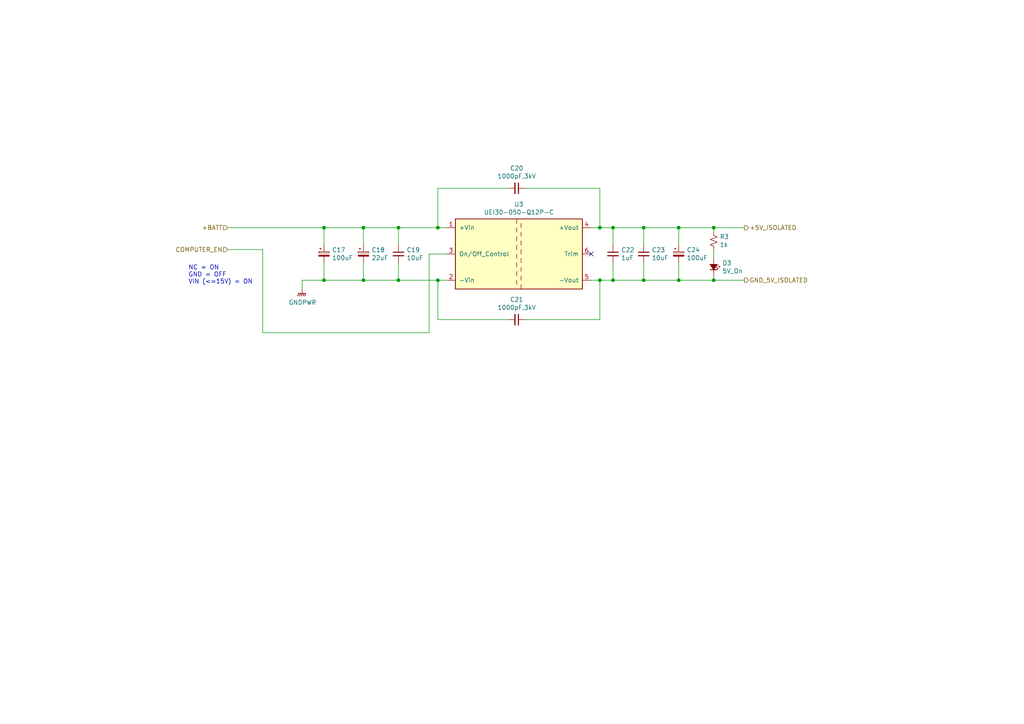
<source format=kicad_sch>
(kicad_sch (version 20211123) (generator eeschema)
  (paper "A4")
  (title_block (title "Power Management for Zeabus AUV") (date "20-April-2020") (rev "1.0.0") (company "Zeabus") (comment 1 "by Natchanan Thongtem and Akrapong Patchararungruang"))
  (lib_symbols
    (symbol "Device:C_Polarized_Small" (pin_numbers hide) (pin_names (offset 0.254) hide)
      (property "Reference" "C" (at 0.254 1.778 0))
      (property "Value" "C_Polarized_Small" (at 0.254 -2.032 0))
      (symbol "C_Polarized_Small_0_1"
        (rectangle (start -1.524 -0.3048) (end 1.524 -0.6858) (fill (type outline)))
        (rectangle (start -1.524 0.6858) (end 1.524 0.3048))
        (polyline (pts (xy -1.27 1.524) (xy -0.762 1.524)))
        (polyline (pts (xy -1.016 1.27) (xy -1.016 1.778)))
      )
      (symbol "C_Polarized_Small_1_1"
        (pin passive line (at 0 2.54 270) (length 1.8542) (name "~") (number "1"))
        (pin passive line (at 0 -2.54 90) (length 1.8542) (name "~") (number "2"))
      )
    )
    (symbol "Device:C_Small" (pin_numbers hide) (pin_names (offset 0.254) hide)
      (property "Reference" "C" (at 0.254 1.778 0))
      (property "Value" "C_Small" (at 0.254 -2.032 0))
      (symbol "C_Small_0_1"
        (polyline (pts (xy -1.524 -0.508) (xy 1.524 -0.508)) (stroke (width 0.3302)))
        (polyline (pts (xy -1.524 0.508) (xy 1.524 0.508)) (stroke (width 0.3048)))
      )
      (symbol "C_Small_1_1"
        (pin passive line (at 0 2.54 270) (length 2.032) (name "~") (number "1"))
        (pin passive line (at 0 -2.54 90) (length 2.032) (name "~") (number "2"))
      )
    )
    (symbol "Device:LED_Small_Filled" (pin_numbers hide) (pin_names (offset 0.254) hide)
      (property "Reference" "D" (at -1.27 3.175 0))
      (property "Value" "LED_Small_Filled" (at -4.445 -2.54 0))
      (symbol "LED_Small_Filled_0_1"
        (polyline (pts (xy -0.762 -1.016) (xy -0.762 1.016)) (stroke (width 0.254)))
        (polyline (pts (xy 1.016 0) (xy -0.762 0)))
        (polyline (pts (xy 0.762 -1.016) (xy -0.762 0) (xy 0.762 1.016) (xy 0.762 -1.016)) (stroke (width 0.254)) (fill (type outline)))
        (polyline (pts (xy 0 0.762) (xy -0.508 1.27) (xy -0.254 1.27) (xy -0.508 1.27) (xy -0.508 1.016)))
        (polyline (pts (xy 0.508 1.27) (xy 0 1.778) (xy 0.254 1.778) (xy 0 1.778) (xy 0 1.524)))
      )
      (symbol "LED_Small_Filled_1_1"
        (pin passive line (at -2.54 0 0) (length 1.778) (name "K") (number "1"))
        (pin passive line (at 2.54 0 180) (length 1.778) (name "A") (number "2"))
      )
    )
    (symbol "Device:R_Small_US" (pin_numbers hide) (pin_names (offset 0.254) hide)
      (property "Reference" "R" (at 0.762 0.508 0))
      (property "Value" "R_Small_US" (at 0.762 -1.016 0))
      (symbol "R_Small_US_1_1"
        (polyline (pts (xy 0 0) (xy 1.016 -0.381) (xy 0 -0.762) (xy -1.016 -1.143) (xy 0 -1.524)))
        (polyline (pts (xy 0 1.524) (xy 1.016 1.143) (xy 0 0.762) (xy -1.016 0.381) (xy 0 0)))
        (pin passive line (at 0 2.54 270) (length 1.016) (name "~") (number "1"))
        (pin passive line (at 0 -2.54 90) (length 1.016) (name "~") (number "2"))
      )
    )
    (symbol "power:GNDPWR" (power) (pin_names (offset 0))
      (property "Value" "GNDPWR" (at 0 -3.302 0))
      (symbol "GNDPWR_0_1"
        (polyline (pts (xy 0 -1.27) (xy 0 0)))
        (polyline (pts (xy -1.016 -1.27) (xy -1.27 -2.032) (xy -1.27 -2.032)) (stroke (width 0.2032)))
        (polyline (pts (xy -0.508 -1.27) (xy -0.762 -2.032) (xy -0.762 -2.032)) (stroke (width 0.2032)))
        (polyline (pts (xy 0 -1.27) (xy -0.254 -2.032) (xy -0.254 -2.032)) (stroke (width 0.2032)))
        (polyline (pts (xy 0.508 -1.27) (xy 0.254 -2.032) (xy 0.254 -2.032)) (stroke (width 0.2032)))
        (polyline (pts (xy 1.016 -1.27) (xy -1.016 -1.27) (xy -1.016 -1.27)) (stroke (width 0.2032)))
        (polyline (pts (xy 1.016 -1.27) (xy 0.762 -2.032) (xy 0.762 -2.032) (xy 0.762 -2.032)) (stroke (width 0.2032)))
      )
      (symbol "GNDPWR_1_1"
        (pin power_in line (at 0 0 270) (length 0) hide (name "GNDPWR") (number "1"))
      )
    )
    (symbol "zeabus:UEI30-050-Q12P-C" (pin_names (offset 1.016))
      (property "Reference" "U" (at -16.51 11.43 0))
      (property "Value" "UEI30-050-Q12P-C" (at 8.89 11.43 0))
      (symbol "UEI30-050-Q12P-C_0_1"
        (rectangle (start -17.78 10.16) (end 19.05 -10.16) (stroke (width 0.254)) (fill (type background)))
        (rectangle (start 0 -5.08) (end 0 -6.35))
        (rectangle (start 0 -2.54) (end 0 -3.81))
        (rectangle (start 0 0) (end 0 -1.27))
        (polyline (pts (xy 0 -7.62) (xy 0 -8.89)))
        (polyline (pts (xy 1.27 -8.89) (xy 1.27 -10.16)))
        (rectangle (start 0 2.54) (end 0 1.27))
        (rectangle (start 0 3.81) (end 0 5.08))
        (rectangle (start 0 7.62) (end 0 6.35))
        (rectangle (start 0 10.16) (end 0 8.89))
        (rectangle (start 1.27 -6.35) (end 1.27 -7.62))
        (rectangle (start 1.27 -3.81) (end 1.27 -5.08))
        (rectangle (start 1.27 -1.27) (end 1.27 -2.54))
        (rectangle (start 1.27 1.27) (end 1.27 0))
        (rectangle (start 1.27 3.81) (end 1.27 2.54))
        (rectangle (start 1.27 6.35) (end 1.27 5.08))
        (rectangle (start 1.27 8.89) (end 1.27 7.62))
      )
      (symbol "UEI30-050-Q12P-C_1_1"
        (pin power_in line (at -20.32 7.62 0) (length 2.54) (name "+Vin") (number "1"))
        (pin power_in line (at -20.32 -7.62 0) (length 2.54) (name "-Vin") (number "2"))
        (pin input line (at -20.32 0 0) (length 2.54) (name "On/Off_Control") (number "3"))
        (pin power_out line (at 21.59 7.62 180) (length 2.54) (name "+Vout") (number "4"))
        (pin power_out line (at 21.59 -7.62 180) (length 2.54) (name "-Vout") (number "5"))
        (pin passive line (at 21.59 0 180) (length 2.54) (name "Trim") (number "6"))
      )
    )
  )
  (junction (at 186.69 66.04))
  (junction (at 207.01 81.28))
  (junction (at 127 66.04))
  (junction (at 177.8 81.28))
  (junction (at 115.57 66.04))
  (junction (at 105.41 66.04))
  (junction (at 93.98 81.28))
  (junction (at 177.8 66.04))
  (junction (at 207.01 66.04))
  (junction (at 196.85 81.28))
  (junction (at 127 81.28))
  (junction (at 186.69 81.28))
  (junction (at 115.57 81.28))
  (junction (at 93.98 66.04))
  (junction (at 173.99 81.28))
  (junction (at 173.99 66.04))
  (junction (at 196.85 66.04))
  (junction (at 105.41 81.28))
  (no_connect (at 171.45 73.66))
  (wire (pts (xy 171.45 66.04) (xy 173.99 66.04)))
  (wire (pts (xy 76.2 96.52) (xy 124.46 96.52)))
  (wire (pts (xy 207.01 66.04) (xy 215.9 66.04)))
  (wire (pts (xy 127 92.71) (xy 147.32 92.71)))
  (wire (pts (xy 105.41 66.04) (xy 115.57 66.04)))
  (wire (pts (xy 186.69 66.04) (xy 196.85 66.04)))
  (wire (pts (xy 177.8 66.04) (xy 186.69 66.04)))
  (wire (pts (xy 196.85 76.2) (xy 196.85 81.28)))
  (wire (pts (xy 207.01 67.31) (xy 207.01 66.04)))
  (wire (pts (xy 177.8 66.04) (xy 177.8 71.12)))
  (wire (pts (xy 127 66.04) (xy 129.54 66.04)))
  (wire (pts (xy 171.45 81.28) (xy 173.99 81.28)))
  (wire (pts (xy 186.69 81.28) (xy 177.8 81.28)))
  (wire (pts (xy 105.41 81.28) (xy 115.57 81.28)))
  (wire (pts (xy 93.98 66.04) (xy 93.98 71.12)))
  (wire (pts (xy 76.2 72.39) (xy 76.2 96.52)))
  (wire (pts (xy 93.98 81.28) (xy 105.41 81.28)))
  (wire (pts (xy 173.99 81.28) (xy 177.8 81.28)))
  (wire (pts (xy 173.99 92.71) (xy 173.99 81.28)))
  (wire (pts (xy 115.57 76.2) (xy 115.57 81.28)))
  (wire (pts (xy 177.8 76.2) (xy 177.8 81.28)))
  (wire (pts (xy 115.57 81.28) (xy 127 81.28)))
  (wire (pts (xy 152.4 54.61) (xy 173.99 54.61)))
  (wire (pts (xy 66.04 66.04) (xy 93.98 66.04)))
  (wire (pts (xy 207.01 72.39) (xy 207.01 74.93)))
  (wire (pts (xy 115.57 71.12) (xy 115.57 66.04)))
  (wire (pts (xy 173.99 54.61) (xy 173.99 66.04)))
  (wire (pts (xy 173.99 66.04) (xy 177.8 66.04)))
  (wire (pts (xy 115.57 66.04) (xy 127 66.04)))
  (wire (pts (xy 196.85 66.04) (xy 207.01 66.04)))
  (wire (pts (xy 127 92.71) (xy 127 81.28)))
  (wire (pts (xy 207.01 81.28) (xy 215.9 81.28)))
  (wire (pts (xy 127 54.61) (xy 147.32 54.61)))
  (wire (pts (xy 66.04 72.39) (xy 76.2 72.39)))
  (wire (pts (xy 196.85 66.04) (xy 196.85 71.12)))
  (wire (pts (xy 124.46 96.52) (xy 124.46 73.66)))
  (wire (pts (xy 87.63 81.28) (xy 93.98 81.28)))
  (wire (pts (xy 87.63 81.28) (xy 87.63 83.82)))
  (wire (pts (xy 93.98 76.2) (xy 93.98 81.28)))
  (wire (pts (xy 127 66.04) (xy 127 54.61)))
  (wire (pts (xy 196.85 81.28) (xy 186.69 81.28)))
  (wire (pts (xy 207.01 80.01) (xy 207.01 81.28)))
  (wire (pts (xy 127 81.28) (xy 129.54 81.28)))
  (wire (pts (xy 186.69 76.2) (xy 186.69 81.28)))
  (wire (pts (xy 124.46 73.66) (xy 129.54 73.66)))
  (wire (pts (xy 152.4 92.71) (xy 173.99 92.71)))
  (wire (pts (xy 105.41 71.12) (xy 105.41 66.04)))
  (wire (pts (xy 105.41 66.04) (xy 93.98 66.04)))
  (wire (pts (xy 196.85 81.28) (xy 207.01 81.28)))
  (wire (pts (xy 186.69 66.04) (xy 186.69 71.12)))
  (wire (pts (xy 105.41 76.2) (xy 105.41 81.28)))
  (text "NC = ON\nGND = OFF\nVIN (<=15V) = ON" (at 54.61 82.55 0) (effects (font (size 1.27 1.27)) (justify left bottom)))
  (hierarchical_label "+5V_ISOLATED" (shape output) (at 215.9 66.04 0))
  (hierarchical_label "COMPUTER_EN" (shape input) (at 66.04 72.39 180))
  (hierarchical_label "GND_5V_ISOLATED" (shape output) (at 215.9 81.28 0))
  (hierarchical_label "+BATT" (shape input) (at 66.04 66.04 180))
  (symbol (lib_id "zeabus:UEI30-050-Q12P-C") (at 149.86 73.66 0) (unit 1)
    (property "Reference" "U3" (at 150.495 59.2582 0))
    (property "Value" "UEI30-050-Q12P-C" (at 150.495 61.5696 0))
    (property "Footprint" "zeabus:UEI30" (effects hide))
    (property "Datasheet" "2812622" (effects hide))
  )
  (symbol (lib_id "Device:C_Small") (at 177.8 73.66 0) (unit 1)
    (property "Reference" "C22" (at 180.1368 72.4916 0) (effects (justify left)))
    (property "Value" "1uF" (at 180.1368 74.803 0) (effects (justify left)))
    (property "Footprint" "Capacitor_SMD:C_0805_2012Metric_Pad1.15x1.40mm_HandSolder" (effects hide))
    (property "Datasheet" "3013482" (effects hide))
  )
  (symbol (lib_id "Device:C_Polarized_Small") (at 196.85 73.66 0) (unit 1)
    (property "Reference" "C24" (at 199.1614 72.4916 0) (effects (justify left)))
    (property "Value" "100uF" (at 199.1614 74.803 0) (effects (justify left)))
    (property "Footprint" "Capacitor_SMD:CP_Elec_8x10" (effects hide))
  )
  (symbol (lib_id "Device:C_Small") (at 186.69 73.66 0) (unit 1)
    (property "Reference" "C23" (at 189.0268 72.4916 0) (effects (justify left)))
    (property "Value" "10uF" (at 189.0268 74.803 0) (effects (justify left)))
    (property "Footprint" "Capacitor_SMD:C_1206_3216Metric_Pad1.42x1.75mm_HandSolder" (effects hide))
    (property "Datasheet" "2672214" (effects hide))
  )
  (symbol (lib_id "Device:C_Small") (at 115.57 73.66 0) (unit 1)
    (property "Reference" "C19" (at 117.9068 72.4916 0) (effects (justify left)))
    (property "Value" "10uF" (at 117.9068 74.803 0) (effects (justify left)))
    (property "Footprint" "Capacitor_SMD:C_1206_3216Metric_Pad1.42x1.75mm_HandSolder" (effects hide))
    (property "Datasheet" "2672214" (effects hide))
  )
  (symbol (lib_id "Device:C_Polarized_Small") (at 105.41 73.66 0) (unit 1)
    (property "Reference" "C18" (at 107.7468 72.4916 0) (effects (justify left)))
    (property "Value" "22uF" (at 107.7468 74.803 0) (effects (justify left)))
    (property "Footprint" "Capacitor_SMD:CP_Elec_6.3x5.8" (effects hide))
  )
  (symbol (lib_id "Device:C_Polarized_Small") (at 93.98 73.66 0) (unit 1)
    (property "Reference" "C17" (at 96.2914 72.4916 0) (effects (justify left)))
    (property "Value" "100uF" (at 96.2914 74.803 0) (effects (justify left)))
    (property "Footprint" "Capacitor_SMD:CP_Elec_8x10" (effects hide))
  )
  (symbol (lib_id "Device:C_Small") (at 149.86 54.61 270) (unit 1)
    (property "Reference" "C20" (at 149.86 48.7934 90))
    (property "Value" "1000pF,3kV" (at 149.86 51.1048 90))
    (property "Footprint" "Capacitor_SMD:C_1812_4532Metric_Pad1.30x3.40mm_HandSolder" (effects hide))
    (property "Datasheet" "1856025" (effects hide))
  )
  (symbol (lib_id "Device:C_Small") (at 149.86 92.71 270) (unit 1)
    (property "Reference" "C21" (at 149.86 86.8934 90))
    (property "Value" "1000pF,3kV" (at 149.86 89.2048 90))
    (property "Footprint" "Capacitor_SMD:C_1812_4532Metric_Pad1.30x3.40mm_HandSolder" (effects hide))
    (property "Datasheet" "1856025" (effects hide))
  )
  (symbol (lib_id "Device:R_Small_US") (at 207.01 69.85 0) (unit 1)
    (property "Reference" "R3" (at 208.7372 68.6816 0) (effects (justify left)))
    (property "Value" "1k" (at 208.7372 70.993 0) (effects (justify left)))
    (property "Footprint" "Resistor_SMD:R_0603_1608Metric_Pad1.05x0.95mm_HandSolder" (effects hide))
  )
  (symbol (lib_id "Device:LED_Small_Filled") (at 207.01 77.47 270) (mirror x) (unit 1)
    (property "Reference" "D3" (at 209.4992 76.3016 90) (effects (justify left)))
    (property "Value" "5V_On" (at 209.4992 78.613 90) (effects (justify left)))
    (property "Footprint" "LED_SMD:LED_0603_1608Metric_Pad1.05x0.95mm_HandSolder" (effects hide))
  )
  (symbol (lib_id "power:GNDPWR") (at 87.63 83.82 0) (unit 1)
    (property "Reference" "#PWR010" (effects hide))
    (property "Value" "GNDPWR" (at 87.7316 87.7316 0))
  )
)
</source>
